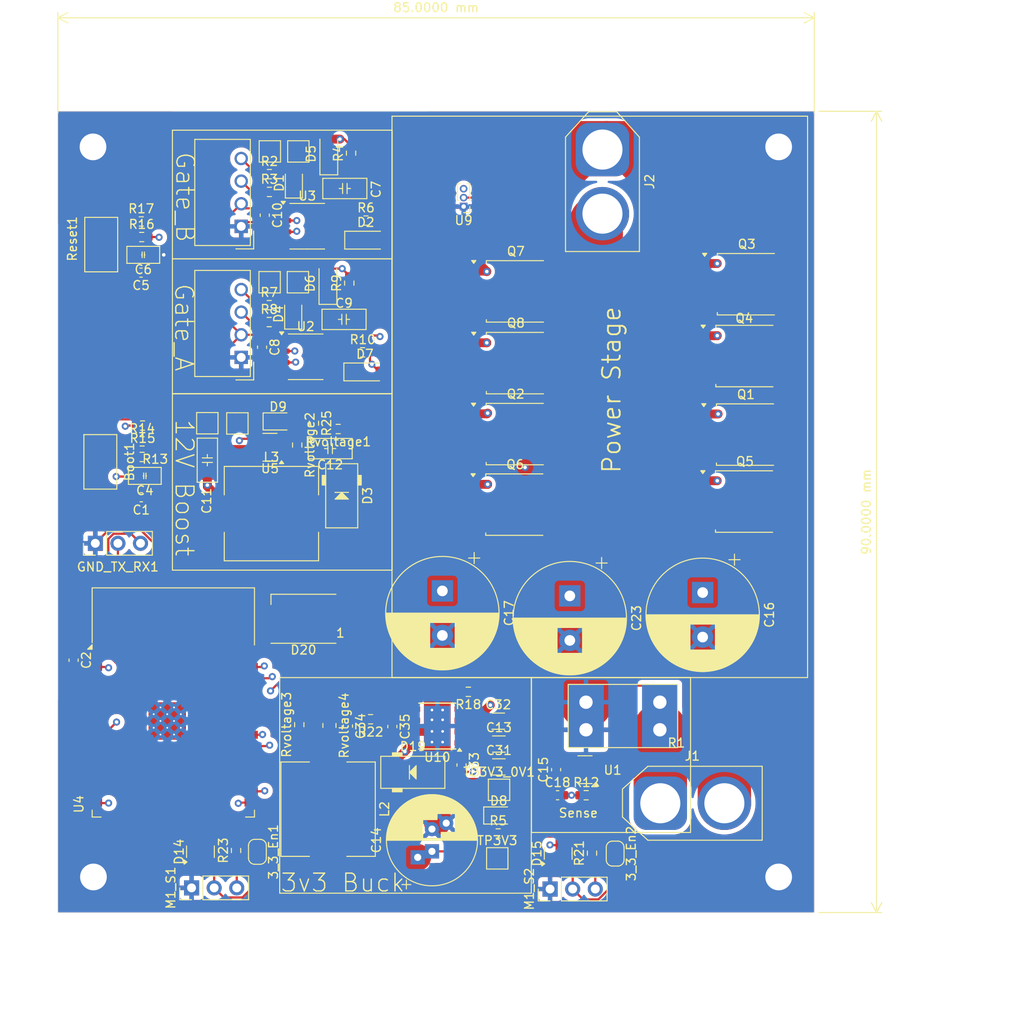
<source format=kicad_pcb>
(kicad_pcb (version 20240108) (generator "pcbnew") (generator_version "8.0")
  (layers (0 "F.Cu" signal) (1 "In1.Cu" signal) (2 "In2.Cu" signal) (31 "B.Cu" signal) (34 "B.Paste" user) (35 "F.Paste" user) (36 "B.SilkS" user "B.Silkscreen") (37 "F.SilkS" user "F.Silkscreen") (38 "B.Mask" user) (39 "F.Mask" user) (44 "Edge.Cuts" user))
  (net 0 "")
  (net 1 "3_3V")
  (net 2 "Temp")
  (net 3 "GND")
  (net 4 "Net-(Boot1-Pad2)")
  (net 5 "Net-(3_3_En1-B)")
  (net 6 "Net-(C5-Pad2)")
  (net 7 "Net-(3_3_En2-B)")
  (net 8 "Net-(U4-IO0)")
  (net 9 "Net-(U4-EN)")
  (net 10 "M1_S1")
  (net 11 "M1_S2")
  (net 12 "Net-(U3-VB)")
  (net 13 "VIN")
  (net 14 "Net-(R14-Pad2)")
  (net 15 "Net-(D1-K)")
  (net 16 "Net-(D4-K)")
  (net 18 "M1_A_LO")
  (net 19 "M1_A_HI")
  (net 22 "Net-(U2-VB)")
  (net 24 "Net-(D19-K)")
  (net 25 "Net-(U10-BOOT)")
  (net 26 "Net-(U10-COMP)")
  (net 27 "Net-(D1-A)")
  (net 28 "Net-(D2-K)")
  (net 29 "M1_B_HI")
  (net 30 "Net-(D2-A)")
  (net 31 "M1_B_LO")
  (net 32 "M1_Sense")
  (net 33 "Net-(D3-A)")
  (net 34 "Net-(D4-A)")
  (net 35 "Net-(D5-K)")
  (net 36 "Net-(D5-A)")
  (net 37 "Net-(D6-K)")
  (net 38 "Net-(D6-A)")
  (net 39 "Net-(D7-A)")
  (net 40 "Net-(D7-K)")
  (net 41 "Net-(D8-A)")
  (net 42 "Net-(D9-A)")
  (net 43 "Net-(D20-DIN)")
  (net 45 "Net-(GND_TX_RX1-Pin_2)")
  (net 46 "Net-(GND_TX_RX1-Pin_3)")
  (net 47 "Net-(M1_S1-Pin_3)")
  (net 48 "Net-(M1_S2-Pin_3)")
  (net 49 "Net-(P1-+Vo)")
  (net 50 "Net-(P2-+Vo)")
  (net 51 "Net-(U10-RT{slash}CLK)")
  (net 52 "Net-(U5-FB)")
  (net 53 "Net-(U10-FB)")
  (net 54 "Net-(C34-Pad1)")
  (net 56 "VMosfet")
  (net 65 "Net-(R12-Pad2)")
  (net 75 "BAT-")
  (footprint "Resistor_SMD:R_0603_1608Metric" (layer "F.Cu") (at 59.425 31.625)
    (property "Reference" "R16")
    (property "Value" "10k")
  )
  (footprint "Resistor_SMD:R_0603_1608Metric" (layer "F.Cu") (at 76.9 54.9875 -90)
    (property "Reference" "Rvoltage2")
    (property "Value" "11k")
  )
  (footprint "Package_TO_SOT_SMD:TO-252-2" (layer "F.Cu") (at 101.445 53.7575)
    (property "Reference" "Q2")
    (property "Value" "Q_NMOS_GDS")
  )
  (footprint "Capacitor_THT:CP_Radial_D12.5mm_P5.00mm" (layer "F.Cu") (at 93.21 71.37 -90)
    (property "Reference" "C17")
    (property "Value" "750uF")
  )
  (footprint "Package_TO_SOT_SMD:TO-252-2" (layer "F.Cu") (at 127.21 61.3325)
    (property "Reference" "Q5")
    (property "Value" "Q_NMOS_GDS")
  )
  (footprint "TestPoint:TestPoint_Pad_2.0x2.0mm" (layer "F.Cu") (at 99.38 101.41)
    (property "Reference" "TP3V3")
    (property "Value" "TestPoint")
  )
  (footprint "Converter_DCDC:Converter_DCDC_TRACO_TEA1-xxxx_THT" (layer "F.Cu") (at 70.6075 30.4275 180)
    (property "Reference" "P1" (hide yes))
    (property "Value" "~")
  )
  (footprint "RF_Module:ESP32-WROOM-32" (layer "F.Cu") (at 62.975 86.89)
    (property "Reference" "U4")
    (property "Value" "ESP32-WROOM-32D")
  )
  (footprint "Package_TO_SOT_SMD:TO-252-2" (layer "F.Cu") (at 127.25 44.9925)
    (property "Reference" "Q4")
    (property "Value" "Q_NMOS_GDS")
  )
  (footprint "Resistor_SMD:R_0603_1608Metric" (layer "F.Cu") (at 70.025 100.525 90)
    (property "Reference" "R23")
    (property "Value" "10k")
  )
  (footprint "Resistor_SMD:R_0603_1608Metric" (layer "F.Cu") (at 84.625 29.775)
    (property "Reference" "R6")
    (property "Value" "15")
  )
  (footprint "Package_TO_SOT_SMD:SOT-23" (layer "F.Cu") (at 66.025 100.6625 90)
    (property "Reference" "D14")
    (property "Value" "BAS40-04")
  )
  (footprint "LED_SMD:LED_0805_2012Metric" (layer "F.Cu") (at 99.54 96.595)
    (property "Reference" "D8")
    (property "Value" "LED")
  )
  (footprint "Connector_PinHeader_2.54mm:PinHeader_1x03_P2.54mm_Vertical" (layer "F.Cu") (at 54.21 66.025 90)
    (property "Reference" "GND_TX_RX1")
    (property "Value" "Conn_01x03_Female")
  )
  (footprint "Diode_SMD:D_SOD-123" (layer "F.Cu") (at 84.6 31.975)
    (property "Reference" "D2")
    (property "Value" "D")
  )
  (footprint "TestPoint:TestPoint_Pad_2.0x2.0mm" (layer "F.Cu") (at 77.025 22.01)
    (property "Reference" "TPVMos0V2" (hide yes))
    (property "Value" "TestPoint")
  )
  (footprint "Resistor_SMD:R_0603_1608Metric" (layer "F.Cu") (at 59.47 54.575)
    (property "Reference" "R14")
    (property "Value" "1k")
  )
  (footprint "Connector_AMASS:AMASS_XT60-M_1x02_P7.20mm_Vertical" (layer "F.Cu") (at 117.7 95.22)
    (property "Reference" "J1")
    (property "Value" "Conn_01x02")
  )
  (footprint "PCM_Capacitor_SMD_AKL:C_1206_3216Metric_Pad1.42x1.75mm_HandSolder" (layer "F.Cu") (at 82.25 26.175)
    (property "Reference" "C7")
    (property "Value" "10uF")
  )
  (footprint "Inductor_SMD:L_10.4x10.4_H4.8" (layer "F.Cu") (at 80.37 95.885 -90)
    (property "Reference" "L2")
    (property "Value" "15uH 3A")
  )
  (footprint "LED_SMD:LED_WS2812B_PLCC4_5.0x5.0mm_P3.2mm" (layer "F.Cu") (at 77.6 74.5 180)
    (property "Reference" "D20")
    (property "Value" "WS2812B")
  )
  (footprint "PCM_Diode_SMD_Handsoldering_AKL:D_SMA" (layer "F.Cu") (at 81.9 60.6875 -90)
    (property "Reference" "D3")
    (property "Value" "60V 5A" (hide yes))
  )
  (footprint "TestPoint:TestPoint_Pad_2.0x2.0mm" (layer "F.Cu") (at 70.175 52.5625 180)
    (property "Reference" "TPVMos12V1" (hide yes))
    (property "Value" "TestPoint")
  )
  (footprint "PCM_Capacitor_SMD_AKL:C_1206_3216Metric_Pad1.42x1.75mm_HandSolder" (layer "F.Cu") (at 66.8 56.6875 90)
    (property "Reference" "C11")
    (property "Value" "10uF")
  )
  (footprint "Connector_AMASS:AMASS_XT60-F_1x02_P7.20mm_Vertical" (layer "F.Cu") (at 111.2 21.8 -90)
    (property "Reference" "J2")
    (property "Value" "Conn_01x02")
  )
  (footprint "Package_TO_SOT_SMD:TO-252-2" (layer "F.Cu") (at 101.395 61.6775)
    (property "Reference" "Q6")
    (property "Value" "Q_NMOS_GDS")
  )
  (footprint "Diode_SMD:D_SOD-123" (layer "F.Cu") (at 84.5 46.775)
    (property "Reference" "D7")
    (property "Value" "D")
  )
  (footprint "Capacitor_SMD:C_0603_1608Metric" (layer "F.Cu") (at 72.95 44 -90)
    (property "Reference" "C8")
    (property "Value" "100nF")
  )
  (footprint "Resistor_SMD:R_0603_1608Metric" (layer "F.Cu") (at 73.75 41.175)
    (property "Reference" "R8")
    (property "Value" "10k")
  )
  (footprint "Resistor_SMD:R_0603_1608Metric" (layer "F.Cu") (at 99.48 98.615)
    (property "Reference" "R5")
    (property "Value" "200")
  )
  (footprint "PCM_Capacitor_SMD_AKL:C_0805_2012Metric_Pad1.15x1.40mm_HandSolder" (layer "F.Cu") (at 59.775 58.45 180)
    (property "Reference" "C4")
    (property "Value" "22uf")
  )
  (footprint "Resistor_SMD:R_0603_1608Metric" (layer "F.Cu") (at 77.13 86.395 90)
    (property "Reference" "Rvoltage3")
    (property "Value" "36k5")
  )
  (footprint "Resistor_SMD:R_0603_1608Metric_Pad0.98x0.95mm_HandSolder" (layer "F.Cu") (at 96.13 82.705 180)
    (property "Reference" "R18")
    (property "Value" "237K")
  )
  (footprint "Jumper:SolderJumper-2_P1.3mm_Open_RoundedPad1.0x1.5mm" (layer "F.Cu") (at 112.625 100.875 -90)
    (property "Reference" "3_3_En2")
    (property "Value" " ")
  )
  (footprint "Capacitor_SMD:C_0603_1608Metric" (layer "F.Cu") (at 95.36 90.925 -90)
    (property "Reference" "C33")
    (property "Value" "100nF")
  )
  (footprint "Resistor_SMD:R_0603_1608Metric" (layer "F.Cu") (at 82.95 22.2 90)
    (property "Reference" "R4")
    (property "Value" "15")
  )
  (footprint "Resistor_SMD:R_0603_1608Metric" (layer "F.Cu") (at 59.52 52.8 180)
    (property "Reference" "R15")
    (property "Value" "1k")
  )
  (footprint "Resistor_SMD:R_0603_1608Metric" (layer "F.Cu") (at 109.37 94.32)
    (property "Reference" "R12")
    (property "Value" "10k")
  )
  (footprint "Package_TO_SOT_SMD:SOT-23" (layer "F.Cu") (at 106.225 100.8625 90)
    (property "Reference" "D15")
    (property "Value" "BAS40-04")
  )
  (footprint "Button_Switch_SMD:SW_SPST_CK_RS282G05A3" (layer "F.Cu") (at 54.775 56.875 90)
    (property "Reference" "Boot1")
    (property "Value" "Boot")
  )
  (footprint "Package_TO_SOT_SMD:TO-252-2" (layer "F.Cu") (at 101.465 45.785)
    (property "Reference" "Q8")
    (property "Value" "Q_NMOS_GDS")
  )
  (footprint "Capacitor_SMD:C_0603_1608Metric" (layer "F.Cu") (at 105.99 91.45 90)
    (property "Reference" "C15")
    (property "Value" "100nF")
  )
  (footprint "Capacitor_THT:CP_Radial_D12.5mm_P5.00mm" (layer "F.Cu") (at 122.46 71.556041 -90)
    (property "Reference" "C16")
    (property "Value" "750uF")
  )
  (footprint "Capacitor_SMD:C_1206_3216Metric" (layer "F.Cu") (at 99.56 88.57)
    (property "Reference" "C13")
    (property "Value" "2.2uF 60V")
  )
  (footprint "Package_TO_SOT_SMD:TO-252-2" (layer "F.Cu") (at 127.415 36.925)
    (property "Reference" "Q3")
    (property "Value" "Q_NMOS_GDS")
  )
  (footprint "Resistor_SMD:R_0603_1608Metric" (layer "F.Cu") (at 81.5 53.1875 180)
    (property "Reference" "Rvoltage1")
    (property "Value" "100k")
  )
  (footprint "Package_TO_SOT_SMD:SOT-23-5" (layer "F.Cu") (at 73.8375 55.2375 180)
    (property "Reference" "U5")
    (property "Value" "~")
  )
  (footprint "Package_SO:SOP-8_3.9x4.9mm_P1.27mm" (layer "F.Cu") (at 78.025 30.41)
    (property "Reference" "U3")
    (property "Value" "IR2103")
  )
  (footprint "Capacitor_SMD:C_0603_1608Metric" (layer "F.Cu") (at 82.6 86.555 -90)
    (property "Reference" "C34")
    (property "Value" "1.8nF")
  )
  (footprint "Resistor_SMD:R_0603_1608Metric" (layer "F.Cu") (at 73.775 26.56)
    (property "Reference" "R3")
    (property "Value" "10k")
  )
  (footprint "Resistor_SMD:R_0603_1608Metric" (layer "F.Cu") (at 82.75 36.8 90)
    (property "Reference" "R9")
    (property "Value" "15")
  )
  (footprint "Resistor_SMD:R_0603_1608Metric" (layer "F.Cu") (at 59.375 29.875)
    (property "Reference" "R17")
    (property "Value" "1k")
  )
  (footprint "Resistor_SMD:R_0603_1608Metric" (layer "F.Cu") (at 84.25 44.575)
    (property "Reference" "R10")
    (property "Value" "15")
  )
  (footprint "Package_SO:SOP-8_3.9x4.9mm_P1.27mm" (layer "F.Cu") (at 77.85 45.075)
    (property "Reference" "U2")
    (property "Value" "IR2103")
  )
  (footprint "Resistor_SMD:R_0603_1608Metric" (layer "F.Cu") (at 73.775 24.56)
    (property "Reference" "R2")
    (property "Value" "200")
  )
  (footprint "Resistor_SMD:R_0603_1608Metric" (layer "F.Cu") (at 59.47 56.325)
    (property "Reference" "R13")
    (property "Value" "1k")
  )
  (footprint "LED_SMD:LED_0805_2012Metric" (layer "F.Cu") (at 76.525 25.56 90)
    (property "Reference" "D1")
    (property "Value" "LED")
  )
  (footprint "Resistor_SMD:R_0603_1608Metric" (layer "F.Cu") (at 110.025 100.825 90)
    (property "Reference" "R21")
    (property "Value" "10k")
  )
  (footprint "PCM_Capacitor_THT_AKL:CP_Radial_D10.0mm_P2.50mm_P5.00mm" (layer "F.Cu") (at 92.04 100.624063 90)
    (property "Reference" "C14")
    (property "Value" "100uF" (hide yes))
  )
  (footprint "PCM_Diode_SMD_Handsoldering_AKL:D_SMA" (layer "F.Cu") (at 89.89 91.745)
    (property "Reference" "D19")
    (property "Value" "60V 5A" (hide yes))
  )
  (footprint "Resistor_SMD:R_0603_1608Metric" (layer "F.Cu") (at 73.75 39.275)
    (property "Reference" "R7")
    (property "Value" "200")
  )
  (footprint "Capacitor_SMD:C_1206_3216Metric" (layer "F.Cu") (at 99.56 91.14)
    (property "Reference" "C31")
    (property "Value" "2.2uF 60V")
  )
  (footprint "TestPoint:TestPoint_Pad_2.0x2.0mm" (layer "F.Cu") (at 99.58 93.71)
    (property "Reference" "TP3V3_0V1")
    (property "Value" "TestPoint")
  )
  (footprint "LED_SMD:LED_0805_2012Metric" (layer "F.Cu") (at 74.75 52.3375)
    (property "Reference" "D9")
    (property "Value" "LED")
  )
  (footprint "Button_Switch_SMD:SW_SPST_CK_RS282G05A3" (layer "F.Cu") (at 54.875 32.475 90)
    (property "Reference" "Reset1")
    (property "Value" "SW_Push")
  )
  (footprint "Jumper:SolderJumper-2_P1.3mm_Open_RoundedPad1.0x1.5mm" (layer "F.Cu") (at 72.425 100.675 -90)
    (property "Reference" "3_3_En1")
    (property "Value" " ")
  )
  (footprint "Package_TO_SOT_SMD:TO-252-2" (layer "F.Cu") (at 101.465 37.73)
    (property "Reference" "Q7")
    (property "Value" "Q_NMOS_GDS")
  )
  (footprint "Converter_DCDC:Converter_DCDC_TRACO_TEA1-xxxx_THT" (layer "F.Cu") (at 70.6075 45.1425 180)
    (property "Reference" "P2" (hide yes))
    (property "Value" "~")
  )
  (footprint "TestPoint:TestPoint_Pad_2.0x2.0mm" (layer "F.Cu") (at 73.8 36.7)
    (property "Reference" "TPVMos12V3" (hide yes))
    (property "Value" "TestPoint")
  )
  (footprint "Diode_SMD:D_SOD-123" (layer "F.Cu") (at 80.35 36.825 90)
    (property "Reference" "D6")
    (property "Value" "D")
  )
  (footprint "PCM_Capacitor_SMD_AKL:C_1206_3216Metric_Pad1.42x1.75mm_HandSolder" (layer "F.Cu") (at 80.6 55.3875 180)
    (property "Reference" "C12")
    (property "Value" "10uF")
  )
  (footprint "Diode_SMD:D_SOD-123" (layer "F.Cu") (at 80.45 22.275 90)
    (property "Reference" "D5")
    (property "Value" "D")
  )
  (footprint "Resistor_SMD:R_0603_1608Metric" (layer "F.Cu") (at 78.775 52.5375 -90)
    (property "Reference" "R25")
    (property "Value" "10k")
  )
  (footprint "Capacitor_SMD:C_1206_3216Metric" (layer "F.Cu") (at 99.49 86)
    (property "Reference" "C32")
    (property "Value" "2.2uF 60V")
  )
  (footprint "LED_SMD:LED_0805_2012Metric" (layer "F.Cu") (at 76.45 40.275 90)
    (property "Reference" "D4")
    (property "Value" "LED")
  )
  (footprint "Connector_PinHeader_2.54mm:PinHeader_1x03_P2.54mm_Vertical" (layer "F.Cu") (at 105.3125 104.855 90)
    (property "Reference" "M1_S2")
    (property "Value" "Conn_01x03_Female")
  )
  (footprint "Connector_PinHeader_1.00mm:PinHeader_1x03_P1.00mm_Vertical" (layer "F.Cu") (at 95.6 28.2 180)
    (property "Reference" "U9")
    (property "Value" "DS18B20")
  )
  (footprint "Capacitor_SMD:C_0603_1608Metric" (layer "F.Cu") (at 87.59 86.605 -90)
    (property "Reference" "C35")
    (property "Value" "25pF")
  )
  (footprint "Connector_PinHeader_2.54mm:PinHeader_1x03_P2.54mm_Vertical" (layer "F.Cu") (at 65.025 104.725 90)
    (property "Reference" "M1_S1")
    (property "Value" "Conn_01x03_Female")
  )
  (footprint "Capacitor_SMD:C_0603_1608Metric" (layer "F.Cu") (at 51.77 79.155 -90)
    (property "Reference" "C2")
    (property "Value" "100n")
  )
  (footprint "Capacitor_SMD:C_0603_1608Metric" (layer "F.Cu") (at 59.35 35.625 180)
    (property "Reference" "C5")
    (property "Value" "100n")
  )
  (footprint "Capacitor_SMD:C_0603_1608Metric" (layer "F.Cu") (at 106.155 94.32)
    (property "Reference" "C18")
    (property "Value" "100nF")
  )
  (footprint "Capacitor_THT:CP_Radial_D12.5mm_P5.00mm" (layer "F.Cu") (at 107.53 71.93 -90)
    (property "Reference" "C23")
    (property "Value" "750uF")
  )
  (footprint "TestPoint:TestPoint_Pad_2.0x2.0mm" (layer "F.Cu") (at 76.975 36.7)
    (property "Reference" "TPVMos0V3" (hide yes))
    (property "Value" "TestPoint")
  )
  (footprint "Resistor_SMD:R_0805_2012Metric" (layer "F.Cu") (at 80.52 86.485 -90)
    (property "Reference" "Rvoltage4")
    (property "Value" "11k7")
  )
  (footprint "PCM_Capacitor_SMD_AKL:C_1206_3216Metric_Pad1.42x1.75mm_HandSolder" (layer "F.Cu") (at 82.1625 40.875)
    (property "Reference" "C9")
    (property "Value" "10uF")
  )
  (footprint "Package_TO_SOT_SMD:TO-252-2" (layer "F.Cu") (at 127.32 53.8125)
    (property "Reference" "Q1")
    (property "Value" "Q_NMOS_GDS")
  )
  (footprint "Package_TO_SOT_SMD:SOT-23-5" (layer "F.Cu") (at 109.2375 91.45 180)
    (property "Reference" "U1")
    (property "Value" "INA180A1")
  )
  (footprint "Package_SO:TI_SO-PowerPAD-8_ThermalVias" (layer "F.Cu") (at 92.64 86.55 180)
    (property "Reference" "U10")
    (property "Value" "TPS54360DDA")
  )
  (footprint "Wire-Solder:Shunt 1moh 5W" (layer "F.Cu") (at 109.35 83.87)
    (property "Reference" "R1")
    (property "Value" "R_Shunt")
  )
  (footprint "TestPoint:TestPoint_Pad_2.0x2.0mm" (layer "F.Cu") (at 66.8 52.5375 180)
    (property "Reference" "TPVMos0V1" (hide yes))
    (property "Value" "TestPoint")
  )
  (footprint "Inductor_SMD:L_10.4x10.4_H4.8" (layer "F.Cu") (at 74 62.6875)
    (property "Reference" "L3")
    (property "Value" "15uH 3A")
  )
  (footprint "Resistor_SMD:R_0603_1608Metric" (layer "F.Cu") (at 85.14 85.785 180)
    (property "Reference" "R22")
    (property "Value" "24k9")
  )
  (footprint "Capacitor_SMD:C_0603_1608Metric" (layer "F.Cu") (at 59.375 60.85 180)
    (property "Reference" "C1")
    (property "Value" "100n")
  )
  (footprint "TestPoint:TestPoint_Pad_2.0x2.0mm" (layer "F.Cu") (at 73.825 22.01)
    (property "Reference" "TPVMos12V2" (hide yes))
    (property "Value" "TestPoint")
  )
  (footprint "PCM_Capacitor_SMD_AKL:C_0805_2012Metric_Pad1.15x1.40mm_HandSolder" (layer "F.Cu") (at 59.6 33.625 180)
    (property "Reference" "C6")
    (property "Value" "22uf")
  )
  (footprint "Capacitor_SMD:C_0603_1608Metric" (layer "F.Cu") (at 73.25 29.175 -90)
    (property "Reference" "C10")
    (property "Value" "100nF")
  )
  (gr_rect (start 62.875 19.625) (end 87.56 34.075) (stroke (width 0.12)) (fill none) (layer "F.SilkS"))
  (gr_rect (start 87.55 18.05) (end 134.25 81.1) (stroke (width 0.12)) (fill none) (layer "F.SilkS"))
  (gr_rect (start 103.225 81.1) (end 121.1 98.5) (stroke (width 0.12)) (fill none) (layer "F.SilkS"))
  (gr_rect (start 62.875 49.225) (end 87.55 69.0375) (stroke (width 0.12)) (fill none) (layer "F.SilkS"))
  (gr_rect (start 74.93 81.105) (end 103.2 105.32) (stroke (width 0.12)) (fill none) (layer "F.SilkS"))
  (gr_rect (start 62.875 34.075) (end 87.55 49.225) (stroke (width 0.12)) (fill none) (layer "F.SilkS"))
  (gr_line (start 135 17.5) (end 135 107.5) (stroke (width 0.05)) (layer "Edge.Cuts"))
  (gr_line (start 50 17.7) (end 50 107.5) (stroke (width 0.05)) (layer "Edge.Cuts"))
  (gr_line (start 135 107.5) (end 50 107.5) (stroke (width 0.05)) (layer "Edge.Cuts"))
  (gr_line (start 135 17.5) (end 50 17.5) (stroke (width 0.05)) (layer "Edge.Cuts"))
  (gr_text "12V Boost" (at 63.05 51.9875 -90) (layer "F.SilkS") (effects (font (size 2 2)) (justify left bottom)))
  (gr_text "Sense" (at 106.2 96.9 0) (layer "F.SilkS") (effects (font (size 1 1)) (justify left bottom)))
  (gr_text "Power Stage" (at 113.4 58.3 90) (layer "F.SilkS") (effects (font (size 2 2) (thickness 0.2)) (justify left bottom)))
  (gr_text "Gate_B" (at 63.125 21.95 -90) (layer "F.SilkS") (effects (font (size 2 2)) (justify left bottom)))
  (gr_text "Gate_A" (at 63 36.725 -90) (layer "F.SilkS") (effects (font (size 2 2)) (justify left bottom)))
  (gr_text "3v3 Buck" (at 74.93 105.32 0) (layer "F.SilkS") (effects (font (size 2 2)) (justify left bottom)))
  (dimension (type aligned) (layer "F.SilkS") (pts (xy 50 18.175) (xy 135 18.175)) (height -11.175) (gr_text "85.0000 mm" (at 92.5 5.85 0) (layer "F.SilkS") (effects (font (size 1 1) (thickness 0.15)))) (format (prefix "") (suffix "") (units 3) (units_format 1) (precision 4)) (style (thickness 0.12) (arrow_length 1.27) (text_position_mode 0) (extension_height 0.58642) (extension_offset 0.5) keep_text_aligned))
  (dimension (type aligned) (layer "F.SilkS") (pts (xy 135 17.5) (xy 135 107.5)) (height -7) (gr_text "90.0000 mm" (at 140.85 62.5 90) (layer "F.SilkS") (effects (font (size 1 1) (thickness 0.15)))) (format (prefix "") (suffix "") (units 3) (units_format 1) (precision 4)) (style (thickness 0.12) (arrow_length 1.27) (text_position_mode 0) (extension_height 0.58642) (extension_offset 0.5) keep_text_aligned))
  (segment (start 60.25 31.625) (end 61.35 31.625) (width 0.25) (layer "F.Cu") (net 1))
  (segment (start 77.13 96.795) (end 80.37 100.035) (width 1) (layer "F.Cu") (net 1))
  (segment (start 99.38 101.41) (end 97.176874 101.41) (width 0.25) (layer "F.Cu") (net 1))
  (segment (start 69.8875 62.6875) (end 77.2 70) (width 1) (layer "F.Cu") (net 1))
  (segment (start 66.8 59.4875) (end 66.8 58.175) (width 1) (layer "F.Cu") (net 1))
  (segment (start 77.2 82.2) (end 75.5 83.9) (width 1) (layer "F.Cu") (net 1))
  (segment (start 77.13 87.22) (end 77.13 96.795) (width 1) (layer "F.Cu") (net 1))
  (segment (start 108.1 92.4) (end 109.17 93.47) (width 0.25) (layer "F.Cu") (net 1))
  (segment (start 109 98.9625) (end 101.8275 98.9625) (width 0.25) (layer "F.Cu") (net 1))
  (segment (start 70.6 54.2875) (end 70.4 54.4875) (width 0.25) (layer "F.Cu") (net 1))
  (segment (start 66.8 59.6375) (end 66.8 58.175) (width 0.5) (layer "F.Cu") (net 1))
  (segment (start 54.225 79.91) (end 51.79 79.91) (width 0.25) (layer "F.Cu") (net 1))
  (segment (start 98.655 98.615) (end 98.4 98.615) (width 0.25) (layer "F.Cu") (net 1))
  (segment (start 75.5 83.9) (end 75.5 85.59) (width 1) (layer "F.Cu") (net 1))
  (segment (start 109.17 98.7925) (end 109 98.9625) (width 0.25) (layer "F.Cu") (net 1))
  (segment (start 90.44 101.295) (end 81.63 101.295) (width 3) (layer "F.Cu") (net 1))
  (segment (start 72.7 54.2875) (end 70.6 54.2875) (width 0.25) (layer "F.Cu") (net 1))
  (segment (start 108.1 92.4) (end 106.165 92.4) (width 0.25) (layer "F.Cu") (net 1))
  (segment (start 61.35 31.625) (end 61.375 31.65) (width 0.25) (layer "F.Cu") (net 1))
  (segment (start 54.225 79.91) (end 55.61 79.91) (width 0.25) (layer "F.Cu") (net 1))
  (segment (start 75.5 85.59) (end 77.13 87.22) (width 1) (layer "F.Cu") (net 1))
  (segment (start 96.390937 100.624063) (end 92.04 100.624063) (width 0.25) (layer "F.Cu") (net 1))
  (segment (start 51.79 79.91) (end 51.77 79.93) (width 0.25) (layer "F.Cu") (net 1))
  (segment (start 69.85 62.6875) (end 69.8875 62.6875) (width 1) (layer "F.Cu") (net 1))
  (segment (start 81.63 101.295) (end 80.37 100.035) (width 3) (layer "F.Cu") (net 1))
  (segment (start 75.75 88.6) (end 77.13 87.22) (width 0.25) (layer "F.Cu") (net 1))
  (segment (start 72.425 100.025) (end 73.9 100.025) (width 0.25) (layer "F.Cu") (net 1))
  (segment (start 77.2 76.1) (end 77.2 82.2) (width 1) (layer "F.Cu") (net 1))
  (segment (start 77.25 76.15) (end 77.2 76.1) (width 1) (layer "F.Cu") (net 1))
  (segment (start 73.9 100.025) (end 77.13 96.795) (width 0.25) (layer "F.Cu") (net 1))
  (segment (start 77.2 70) (end 77.2 76.1) (width 1) (layer "F.Cu") (net 1))
  (segment (start 106.165 92.4) (end 105.99 92.225) (width 0.25) (layer "F.Cu") (net 1))
  (segment (start 68.7875 56.1875) (end 66.8 58.175) (width 1) (layer "F.Cu") (net 1))
  (segment (start 111.3625 98.9625) (end 109 98.9625) (width 0.25) (layer "F.Cu") (net 1))
  (segment (start 101.8275 98.9625) (end 99.38 101.41) (width 0.25) (layer "F.Cu") (net 1))
  (segment (start 58.695 52.8) (end 57.65 52.8) (width 0.25) (layer "F.Cu") (net 1))
  (segment (start 112.625 100.225) (end 111.3625 98.9625) (width 0.25) (layer "F.Cu") (net 1))
  (segment (start 97.176874 101.41) (end 96.390937 100.624063) (width 0.25) (layer "F.Cu") (net 1))
  (segment (start 72.7 56.1875) (end 68.7875 56.1875) (width 1) (layer "F.Cu") (net 1))
  (segment (start 57.65 52.8) (end 57.575 52.875) (width 0.25) (layer "F.Cu") (net 1))
  (segment (start 109.17 93.47) (end 109.17 98.7925) (width 0.25) (layer "F.Cu") (net 1))
  (segment (start 98.4 98.615) (end 96.390937 100.624063) (width 0.25) (layer "F.Cu") (net 1))
  (segment (start 80.05 76.15) (end 77.25 76.15) (width 1) (layer "F.Cu") (net 1))
  (segment (start 66.8 59.4875) (end 66.8 59.6375) (width 1) (layer "F.Cu") (net 1))
  (segment (start 66.8 59.6375) (end 69.85 62.6875) (width 1) (layer "F.Cu") (net 1))
  (segment (start 55.61 79.91) (end 55.7 80) (width 0.25) (layer "F.Cu") (net 1))
  (via (at 66.8 59.4875) (size 0.8) (drill 0.4) (layers "F.Cu" "B.Cu") (net 1))
  (via (at 55.7 80) (size 0.8) (drill 0.4) (layers "F.Cu" "B.Cu") (net 1))
  (via (at 70.4 54.4875) (size 0.8) (drill 0.4) (layers "F.Cu" "B.Cu") (net 1))
  (via (at 61.375 31.65) (size 0.8) (drill 0.4) (layers "F.Cu" "B.Cu") (net 1))
  (via (at 57.575 52.875) (size 0.8) (drill 0.4) (layers "F.Cu" "B.Cu") (net 1))
  (segment (start 70.4 54.4875) (end 70.4 54.5375) (width 0.25) (layer "B.Cu") (net 1))
  (segment (start 62.875 18.4) (end 50.72 30.555) (width 0.25) (layer "F.Cu") (net 2))
  (segment (start 97.85 24.75) (end 91.5 18.4) (width 0.25) (layer "F.Cu") (net 2))
  (segment (start 97.025 27.2) (end 97.85 26.375) (width 0.25) (layer "F.Cu") (net 2))
  (segment (start 50.72 83.135) (end 53.845 86.26) (width 0.25) (layer "F.Cu") (net 2))
  (segment (start 91.5 18.4) (end 62.875 18.4) (width 0.25) (layer "F.Cu") (net 2))
  (segment (start 53.845 86.26) (end 54.225 86.26) (width 0.25) (layer "F.Cu") (net 2))
  (segment (start 50.72 30.555) (end 50.72 83.135) (width 0.25) (layer "F.Cu") (net 2))
  (segment (start 97.85 26.375) (end 97.85 24.75) (width 0.25) (layer "F.Cu") (net 2))
  (segment (start 95.6 27.2) (end 97.025 27.2) (width 0.25) (layer "F.Cu") (net 2))
  (segment (start 91.29 48.05) (end 91.5625 47.7775) (width 6) (layer "F.Cu") (net 3))
  (segment (start 92.695 93.87) (end 92.64 93.815) (width 3) (layer "F.Cu") (net 3))
  (segment (start 109.35 83.87) (end 109.35 77.796041) (width 6) (layer "F.Cu") (net 3))
  (segment (start 74.400001 46.98) (end 72.95 45.529999) (width 0.25) (layer "F.Cu") (net 3))
  (segment (start 102.33 78.816041) (end 103.49 77.656041) (width 6) (layer "F.Cu") (net 3))
  (segment (start 76.9 55.4375) (end 77.1 55.2375) (width 0.5) (layer "F.Cu") (net 3))
  (segment (start 92.64 93.815) (end 92.64 97.385) (width 3) (layer "F.Cu") (net 3))
  (segment (start 70.6075 45.1425) (end 72.5825 45.1425) (width 0.25) (layer "F.Cu") (net 3))
  (segment (start 73.85 54.9375) (end 73.8125 54.9) (width 0.5) (layer "F.Cu") (net 3))
  (segment (start 73.25 29.95) (end 71.085 29.95) (width 0.25) (layer "F.Cu") (net 3))
  (segment (start 87.11 73.896703) (end 90.869338 77.656041) (width 6) (layer "F.Cu") (net 3))
  (segment (start 54 103.5) (end 55.225 104.725) (width 0.25) (layer "F.Cu") (net 3))
  (segment (start 55.225 104.725) (end 65.025 104.725) (width 0.25) (layer "F.Cu") (net 3))
  (segment (start 92.365 39.805) (end 96.425 39.805) (width 6) (layer "F.Cu") (net 3))
  (segment (start 60.8 58.45) (end 60.77 58.45) (width 0.25) (layer "F.Cu") (net 3))
  (segment (start 51.77 78.38) (end 53.965 78.38) (width 0.25) (layer "F.Cu") (net 3))
  (segment (start 100.965 93.765) (end 101.07 93.87) (width 1) (layer "F.Cu") (net 3))
  (segment (start 91.29 60.277042) (end 87.11 64.457042) (width 6) (layer "F.Cu") (net 3))
  (segment (start 80.7675 87.15) (end 80.52 87.3975) (width 1) (layer "F.Cu") (net 3))
  (segment (start 54.21 66.025) (end 54.21 78.625) (width 0.25) (layer "F.Cu") (net 3))
  (segment (start 54.875 36.375) (end 59.375 36.375) (width 0.25) (layer "F.Cu") (net 3))
  (segment (start 55.635 64.6) (end 54.21 66.025) (width 0.25) (layer "F.Cu") (net 3))
  (segment (start 74.575001 32.315) (end 73.25 30.989999) (width 0.25) (layer "F.Cu") (net 3))
  (segment (start 98.6025 94.4975) (end 99.16 93.94) (width 0.25) (layer "F.Cu") (net 3))
  (segment (start 73.25 30.989999) (end 73.25 29.95) (width 0.25) (layer "F.Cu") (net 3))
  (segment (start 109.35 89.475) (end 109.35 86.97) (width 0.25) (layer "F.Cu") (net 3))
  (segment (start 54.775 60.775) (end 55.55 61.55) (width 0.25) (layer "F.Cu") (net 3))
  (segment (start 105.275 101.8) (end 105.275 104.8175) (width 0.25) (layer "F.Cu") (net 3))
  (segment (start 70.24264 75.45736) (end 59.38528 64.6) (width 0.25) (layer "F.Cu") (net 3))
  (segment (start 92.64 81.255) (end 92.66 81.235) (width 3) (layer "F.Cu") (net 3))
  (segment (start 109.49 77.656041) (end 122.46 77.656041) (width 6) (layer "F.Cu") (net 3))
  (segment (start 55.7175 78.64) (end 54.225 78.64) (width 0.25) (layer "F.Cu") (net 3))
  (segment (start 94.970458 63.9575) (end 91.29 60.277042) (width 6) (layer "F.Cu") (net 3))
  (segment (start 73.8125 54.9) (end 73.8125 52.3375) (width 0.5) (layer "F.Cu") (net 3))
  (segment (start 105.275 104.8175) (end 105.3125 104.855) (width 0.25) (layer "F.Cu") (net 3))
  (segment (start 71.725 78.64) (end 71.725 76.93972) (width 0.25) (layer "F.Cu") (net 3))
  (segment (start 91.29 60.277042) (end 91.29 56.03) (width 6) (layer "F.Cu") (net 3))
  (segment (start 72.95 45.529999) (end 72.95 44.775) (width 0.25) (layer "F.Cu") (net 3))
  (segment (start 65.025 104.725) (end 65.025 101.65) (width 0.25) (layer "F.Cu") (net 3))
  (segment (start 72.5825 45.1425) (end 72.95 44.775) (width 0.25) (layer "F.Cu") (net 3))
  (segment (start 91.29 48.05) (end 91.29 40.88) (width 6) (layer "F.Cu") (net 3))
  (segment (start 55.55 61.55) (end 59.45 61.55) (width 0.25) (layer "F.Cu") (net 3))
  (segment (start 78.9625 55.2375) (end 79.1125 55.3875) (width 0.5) (layer "F.Cu") (net 3))
  (segment (start 59.375 36.375) (end 60.125 35.625) (width 0.25) (layer "F.Cu") (net 3))
  (segment (start 91.29 56.03) (end 91.29 48.05) (width 6) (layer "F.Cu") (net 3))
  (segment (start 75.4 32.315) (end 74.575001 32.315) (width 0.25) (layer "F.Cu") (net 3))
  (segment (start 53.965 78.38) (end 54.225 78.64) (width 0.25) (layer "F.Cu") (net 3))
  (segment (start 74.975 55.2375) (end 73.85 55.2375) (width 0.5) (layer "F.Cu") (net 3))
  (segment (start 90.869338 77.656041) (end 103.49 77.656041) (width 6) (layer "F.Cu") (net 3))
  (segment (start 110.375 90.5) (end 109.35 89.475) (width 0.25) (layer "F.Cu") (net 3))
  (segment (start 73.85 55.2375) (end 66.8375 55.2375) (width 0.5) (layer "F.Cu") (net 3))
  (segment (start 96.355 63.9575) (end 94.970458 63.9575) (width 6) (layer "F.Cu") (net 3))
  (segment (start 75.225 46.98) (end 74.400001 46.98) (width 0.25) (layer "F.Cu") (net 3))
  (segment (start 103.49 77.656041) (end 109.49 77.656041) (width 6) (layer "F.Cu") (net 3))
  (segment (start 60.625 33.625) (end 60.625 35.125) (width 0.25) (layer "F.Cu") (net 3))
  (segment (start 74.975 55.2375) (end 77.1 55.2375) (width 0.5) (layer "F.Cu") (net 3))
  (segment (start 60.625 35.125) (end 60.125 35.625) (width 0.25) (layer "F.Cu") (net 3))
  (segment (start 95.2175 82.705) (end 95.2175 82.7725) (width 0.25) (layer "F.Cu") (net 3))
  (segment (start 71.725 76.93972) (end 70.24264 75.45736) (width 0.25) (layer "F.Cu") (net 3))
  (segment (start 60.625 33.625) (end 61.9 33.625) (width 0.25) (layer "F.Cu") (net 3))
  (segment (start 59.38528 64.6) (end 55.635 64.6) (width 0.25) (layer "F.Cu") (net 3))
  (segment (start 92.04 87.15) (end 80.7675 87.15) (width 1) (layer "F.Cu") (net 3))
  (segment (start 65.025 101.65) (end 65.075 101.6) (width 0.25) (layer "F.Cu") (net 3))
  (segment (start 73.85 55.2375) (end 73.85 54.9375) (width 0.5) (layer "F.Cu") (net 3))
  (segment (start 60.8 60.2) (end 60.8 58.45) (width 0.25) (layer "F.Cu") (net 3))
  (segment (start 54.21 78.625) (end 54.225 78.64) (width 0.25) (layer "F.Cu") (net 3))
  (segment (start 71.085 29.95) (end 70.6075 30.4275) (width 0.25) (layer "F.Cu") (net 3))
  (segment (start 98.6025 96.595) (end 98.6025 94.4975) (width 0.25) (layer "F.Cu") (net 3))
  (segment (start 61.5325 84.455) (end 55.7175 78.64) (width 0.25) (layer "F.Cu") (net 3))
  (segment (start 91.29 56.03) (end 91.6225 55.6975) (width 6) (layer "F.Cu") (net 3))
  (segment (start 77.1 55.2375) (end 78.9625 55.2375) (width 0.5) (layer "F.Cu") (net 3))
  (segment (start 76.9 55.8125) (end 76.9 55.4375) (width 0.5) (layer "F.Cu") (net 3))
  (segment (start 101.07 93.87) (end 92.695 93.87) (width 3) (layer "F.Cu") (net 3))
  (segment (start 95.2175 82.7725) (end 93.24 84.75) (width 0.25) (layer "F.Cu") (net 3))
  (segment (start 92.64 86.55) (end 92.64 81.255) (width 3) (layer "F.Cu") (net 3))
  (segment (start 59.45 61.55) (end 60.15 60.85) (width 0.25) (layer "F.Cu") (net 3))
  (segment (start 91.5625 47.7775) (end 96.425 47.7775) (width 6) (layer "F.Cu") (net 3))
  (segment (start 87.11 64.457042) (end 87.11 73.896703) (width 6) (layer "F.Cu") (net 3))
  (segment (start 91.6225 55.6975) (end 96.405 55.6975) (width 6) (layer "F.Cu") (net 3))
  (segment (start 100.965 86) (end 100.965 93.765) (width 1) (layer "F.Cu") (net 3))
  (segment (start 60.15 60.85) (end 60.8 60.2) (width 0.25) (layer "F.Cu") (net 3))
  (segment (start 72.85 72.85) (end 70.24264 75.45736) (width 0.25) (layer "F.Cu") (net 3))
  (segment (start 92.64 86.55) (end 92.64 93.815) (width 3) (layer "F.Cu") (net 3))
  (segment (start 91.29 40.88) (end 92.365 39.805) (width 6) (layer "F.Cu") (net 3))
  (segment (start 75.15 72.85) (end 72.85 72.85) (width 0.25) (layer "F.Cu") (net 3))
  (segment (start 109.35 77.796041) (end 109.49 77.656041) (width 6) (layer "F.Cu") (net 3))
  (segment (start 66.8375 55.2375) (end 66.8 55.2) (width 0.5) (layer "F.Cu") (net 3))
  (via (at 131 21.5) (size 6) (drill 3) (layers "F.Cu" "B.Cu") (net 3))
  (via (at 61.9 33.625) (size 0.8) (drill 0.4) (layers "F.Cu" "B.Cu") (net 3))
  (via (at 131 103.5) (size 6) (drill 3) (layers "F.Cu" "B.Cu") (net 3))
  (via (at 54 103.5) (size 6) (drill 3) (layers "F.Cu" "B.Cu") (net 3))
  (via (at 53.95 21.5) (size 6) (drill 3) (layers "F.Cu" "B.Cu") (net 3))
  (segment (start 60 56.62) (end 60.295 56.325) (width 0.25) (layer "F.Cu") (net 4))
  (segment (start 60.775 52.1) (end 61 52.325) (width 0.25) (layer "F.Cu") (net 4))
  (segment (start 54.775 52.975) (end 55.65 52.1) (width 0.25) (layer "F.Cu") (net 4))
  (segment (start 61 55.62) (end 60.295 56.325) (width 0.25) (layer "F.Cu") (net 4))
  (segment (start 55.65 52.1) (end 60.775 52.1) (width 0.25) (layer "F.Cu") (net 4))
  (segment (start 60 59.45) (end 60 56.62) (width 0.25) (layer "F.Cu") (net 4))
  (segment (start 58.6 60.85) (end 60 59.45) (width 0.25) (layer "F.Cu") (net 4))
  (segment (start 61 52.325) (end 61 55.62) (width 0.25) (layer "F.Cu") (net 4))
  (segment (start 67.565 104.725) (end 67.565 102.19) (width 0.25) (layer "F.Cu") (net 5))
  (segment (start 72.425 104.125) (end 72.425 101.325) (width 0.25) (layer "F.Cu") (net 5))
  (segment (start 70.75 105.8) (end 72.425 104.125) (width 0.25) (layer "F.Cu") (net 5))
  (segment (start 67.565 102.19) (end 66.975 101.6) (width 0.25) (layer "F.Cu") (net 5))
  (segment (start 68.64 105.8) (end 70.75 105.8) (width 0.25) (layer "F.Cu") (net 5))
  (segment (start 67.565 104.725) (end 68.64 105.8) (width 0.25) (layer "F.Cu") (net 5))
  (segment (start 58.575 35.625) (end 59.375 34.825) (width 0.25) (layer "F.Cu") (net 6))
  (segment (start 58.9 28.575) (end 60.2 29.875) (width 0.25) (layer "F.Cu") (net 6))
  (segment (start 59.375 34.825) (end 59.375 30.7) (width 0.25) (layer "F.Cu") (net 6))
  (segment (start 54.875 28.575) (end 58.9 28.575) (width 0.25) (layer "F.Cu") (net 6))
  (segment (start 59.375 30.7) (end 60.2 29.875) (width 0.25) (layer "F.Cu") (net 6))
  (segment (start 107.8525 102.4775) (end 107.175 101.8) (width 0.25) (layer "F.Cu") (net 7))
  (segment (start 112.625 101.525) (end 112.625 104.14278) (width 0.25) (layer "F.Cu") (net 7))
  (segment (start 109.0225 106.025) (end 107.8525 104.855) (width 0.25) (layer "F.Cu") (net 7))
  (segment (start 112.625 104.14278) (end 110.74278 106.025) (width 0.25) (layer "F.Cu") (net 7))
  (segment (start 107.8525 104.855) (end 107.8525 102.4775) (width 0.25) (layer "F.Cu") (net 7))
  (segment (start 110.74278 106.025) (end 109.0225 106.025) (width 0.25) (layer "F.Cu") (net 7))
  (segment (start 58.675 58.525) (end 58.75 58.45) (width 0.25) (layer "F.Cu") (net 8))
  (segment (start 71.725 95.15) (end 70.35 95.15) (width 0.25) (layer "F.Cu") (net 8))
  (segment (start 70.35 95.15) (end 70.275 95.225) (width 0.25) (layer "F.Cu") (net 8))
  (segment (start 56.55 58.525) (end 58.675 58.525) (width 0.25) (layer "F.Cu") (net 8))
  (segment (start 58.75 58.45) (end 58.75 56.43) (width 0.25) (layer "F.Cu") (net 8))
  (segment (start 58.75 56.43) (end 58.645 56.325) (width 0.25) (layer "F.Cu") (net 8))
  (segment (start 58.645 56.325) (end 58.645 54.575) (width 0.25) (layer "F.Cu") (net 8))
  (via (at 70.275 95.225) (size 0.8) (drill 0.4) (layers "F.Cu" "B.Cu") (net 8))
  (via (at 56.55 58.525) (size 0.8) (drill 0.4) (layers "F.Cu" "B.Cu") (net 8))
  (segment (start 51.07 36.555) (end 54 33.625) (width 0.25) (layer "F.Cu") (net 9))
  (segment (start 51.07 80.34763) (end 51.07 36.555) (width 0.25) (layer "F.Cu") (net 9))
  (segment (start 58.55 29.875) (end 58.55 31.575) (width 0.25) (layer "F.Cu") (net 9))
  (segment (start 58.6 31.625) (end 58.6 33.6) (width 0.25) (layer "F.Cu") (net 9))
  (segment (start 54 33.625) (end 58.575 33.625) (width 0.25) (layer "F.Cu") (net 9))
  (segment (start 58.6 33.6) (end 58.575 33.625) (width 0.25) (layer "F.Cu") (net 9))
  (segment (start 58.6 29.925) (end 58.55 29.875) (width 0.25) (layer "F.Cu") (net 9))
  (segment (start 54.225 81.18) (end 51.90237 81.18) (width 0.25) (layer "F.Cu") (net 9))
  (segment (start 51.90237 81.18) (end 51.07 80.34763) (width 0.25) (layer "F.Cu") (net 9))
  (segment (start 58.55 31.575) (end 58.6 31.625) (width 0.25) (layer "F.Cu") (net 9))
  (segment (start 53.925 93.88) (end 54.225 93.88) (width 0.25) (layer "F.Cu") (net 10))
  (segment (start 51.6 97.4) (end 51.6 96.205) (width 0.25) (layer "F.Cu") (net 10))
  (segment (start 66.05 99.7) (end 66.025 99.725) (width 0.25) (layer "F.Cu") (net 10))
  (segment (start 66.025 99.725) (end 53.925 99.725) (width 0.25) (layer "F.Cu") (net 10))
  (segment (start 53.925 99.725) (end 51.6 97.4) (width 0.25) (layer "F.Cu") (net 10))
  (segment (start 70.025 99.7) (end 66.05 99.7) (width 0.25) (layer "F.Cu") (net 10))
  (segment (start 51.6 96.205) (end 53.925 93.88) (width 0.25) (layer "F.Cu") (net 10))
  (segment (start 106.225 99.925) (end 105.325 99.925) (width 0.25) (layer "F.Cu") (net 11))
  (segment (start 55.7 95.2) (end 54.275 95.2) (width 0.25) (layer "F.Cu") (net 11))
  (segment (start 54.275 95.2) (end 54.225 95.15) (width 0.25) (layer "F.Cu") (net 11))
  (segment (start 105.325 99.925) (end 105.3 99.9) (width 0.25) (layer "F.Cu") (net 11))
  (segment (start 106.225 99.925) (end 109.95 99.925) (width 0.25) (layer "F.Cu") (net 11))
  (segment (start 109.95 99.925) (end 110.025 100) (width 0.25) (layer "F.Cu") (net 11))
  (via (at 105.3 99.9) (size 0.8) (drill 0.4) (layers "F.Cu" "B.Cu") (net 11))
  (via (at 55.7 95.2) (size 0.8) (drill 0.4) (layers "F.Cu" "B.Cu") (net 11))
  (segment (start 80.05 26.175) (end 80.7625 26.175) (width 0.25) (layer "F.Cu") (net 12))
  (segment (start 77.65 23.775) (end 80.05 26.175) (width 0.25) (layer "F.Cu") (net 12))
  (segment (start 80.65 28.505) (end 80.65 26.2875) (width 0.25) (layer "F.Cu") (net 12))
  (segment (start 75.385 23.775) (end 77.65 23.775) (width 0.25) (layer "F.Cu") (net 12))
  (segment (start 73.825 23.785) (end 74.6 24.56) (width 0.25) (layer "F.Cu") (net 12))
  (segment (start 72.95 26.56) (end 72.95 26.21) (width 0.25) (layer "F.Cu") (net 12))
  (segment (start 72.95 26.21) (end 74.6 24.56) (width 0.25) (layer "F.Cu") (net 12))
  (segment (start 80.65 26.2875) (end 80.7625 26.175) (width 0.25) (layer "F.Cu") (net 12))
  (segment (start 74.6 24.56) (end 75.385 23.775) (width 0.25) (layer "F.Cu") (net 12))
  (segment (start 73.825 22.01) (end 73.825 23.785) (width 0.25) (layer "F.Cu") (net 12))
  (segment (start 128.675 36.925) (end 128.675 61.1275) (width 6) (layer "F.Cu") (net 13))
  (segment (start 98.015 86) (end 98.015 87.41) (width 1) (layer "F.Cu") (net 13))
  (segment (start 129.295 73.905) (end 128.47 73.08) (width 6) (layer "F.Cu") (net 13))
  (segment (start 97.79 87.185) (end 98.015 87.41) (width 1) (layer "F.Cu") (net 13))
  (segment (start 126.946041 71.556041) (end 129.295 73.905) (width 6) (layer "F.Cu") (net 13))
  (segment (start 98.015 87.41) (end 98.015 91.07) (width 1) (layer "F.Cu") (net 13))
  (segment (start 93.21 71.37) (end 122.273959 71.37) (width 6) (layer "F.Cu") (net 13))
  (segment (start 122.46 71.556041) (end 126.946041 71.556041) (width 6) (layer "F.Cu") (net 13))
  (segment (start 98.015 86) (end 98.015 84.785) (width 1) (layer "F.Cu") (net 13))
  (segment (start 98.015 84.785) (end 98.6 84.2) (width 1) (layer "F.Cu") (net 13))
  (segment (start 128.85 86.89) (end 128.85 74.35) (width 6) (layer "F.Cu") (net 13))
  (segment (start 122.273959 71.37) (end 122.46 71.556041) (width 6) (layer "F.Cu") (net 13))
  (segment (start 128.675 61.1275) (end 128.47 61.3325) (width 6) (layer "F.Cu") (net 13))
  (segment (start 98.015 91.07) (end 98.085 91.14) (width 1) (layer "F.Cu") (net 13))
  (segment (start 124.9 90.84) (end 128.85 86.89) (width 6) (layer "F.Cu") (net 13))
  (segment (start 95.34 87.185) (end 97.79 87.185) (width 1) (layer "F.Cu") (net 13))
  (segment (start 128.47 73.08) (end 128.47 61.3325) (width 6) (layer "F.Cu") (net 13))
  (segment (start 128.85 74.35) (end 129.295 73.905) (width 6) (layer "F.Cu") (net 13))
  (segment (start 124.9 95.22) (end 124.9 90.84) (width 6) (layer "F.Cu") (net 13))
  (via (at 98.6 84.2) (size 0.8) (drill 0.4) (layers "F.Cu" "B.Cu") (net 13))
  (segment (start 60.295 54.575) (end 60.295 52.85) (width 0.25) (layer "F.Cu") (net 14))
  (segment (start 60.295 52.85) (end 60.345 52.8) (width 0.25) (layer "F.Cu") (net 14))
  (segment (start 77.62625 27.59875) (end 78.45 28.4225) (width 0.25) (layer "F.Cu") (net 15))
  (segment (start 83.7375 22.6625) (end 83.085 22.01) (width 0.25) (layer "F.Cu") (net 15))
  (segment (start 78.45 28.4225) (end 78.45 30.375) (width 0.25) (layer "F.Cu") (net 15))
  (segment (start 80.65 31.045) (end 80.739486 31.045) (width 0.25) (layer "F.Cu") (net 15))
  (segment (start 102.725 45.785) (end 102.725 37.73) (width 6) (layer "F.Cu") (net 15))
  (segment (start 101.825 30) (end 102.725 30.9) (width 1) (layer "F.Cu") (net 15))
  (segment (start 79.12 31.045) (end 80.65 31.045) (width 0.25) (layer "F.Cu") (net 15))
  (segment (start 117.93 37.68) (end 117.93 44.377042) (width 6) (layer "F.Cu") (net 15))
  (segment (start 102.725 37.73) (end 102.725 30.9) (width 6) (layer "F.Cu") (net 15))
  (segment (start 111.65 21.6) (end 114.65 21.6) (width 6) (layer "F.Cu") (net 15))
  (segment (start 80.739486 31.045) (end 83.7375 28.046986) (width 0.25) (layer "F.Cu") (net 15))
  (segment (start 83.7375 28.046986) (end 91.046986 28.046986) (width 1) (layer "F.Cu") (net 15))
  (segment (start 76.525 26.4975) (end 77.62625 27.59875) (width 0.25) (layer "F.Cu") (net 15))
  (segment (start 83.085 22.01) (end 77.025 22.01) (width 0.25) (layer "F.Cu") (net 15))
  (segment (start 83.7375 26.175) (end 83.7375 22.6625) (width 0.25) (layer "F.Cu") (net 15))
  (segment (start 72.85875 27.59875) (end 77.62625 27.59875) (width 0.25) (layer "F.Cu") (net 15))
  (segment (start 117.93 37.68) (end 119.2625 39.0125) (width 6) (layer "F.Cu") (net 15))
  (segment (start 117.93 24.88) (end 117.93 37.68) (width 6) (layer "F.Cu") (net 15))
  (segment (start 108.65 21.6) (end 111.65 21.6) (width 6) (layer "F.Cu") (net 15))
  (segment (start 102.725 30.9) (end 102.725 27.525) (width 6) (layer "F.Cu") (net 15))
  (segment (start 117.93 44.377042) (end 120.825458 47.2725) (width 6) (layer "F.Cu") (net 15))
  (segment (start 119.2625 39.0125) (end 122.1825 39.0125) (width 6) (layer "F.Cu") (net 15))
  (segment (start 70.6075 25.3475) (end 72.85875 27.59875) (width 0.25) (layer "F.Cu") (net 15))
  (segment (start 91.046986 28.046986) (end 93 30) (width 1) (layer "F.Cu") (net 15))
  (segment (start 78.45 30.375) (end 79.12 31.045) (width 0.25) (layer "F.Cu") (net 15))
  (segment (start 83.7375 28.046986) (end 83.7375 26.175) (width 0.25) (layer "F.Cu") (net 15))
  (segment (start 93 30) (end 101.825 30) (width 1) (layer "F.Cu") (net 15))
  (segment (start 120.825458 47.2725) (end 122.21 47.2725) (width 6) (layer "F.Cu") (net 15))
  (segment (start 102.725 27.525) (end 108.65 21.6) (width 6) (layer "F.Cu") (net 15))
  (segment (start 114.65 21.6) (end 117.93 24.88) (width 6) (layer "F.Cu") (net 15))
  (segment (start 75.7875 41.875) (end 76.45 41.2125) (width 0.25) (layer "F.Cu") (net 16))
  (segment (start 76.45 42.509999) (end 79.650001 45.71) (width 0.25) (layer "F.Cu") (net 16))
  (segment (start 104.33 60.1525) (end 107.9475 60.1525) (width 6) (layer "F.Cu") (net 16))
  (segment (start 108.28125 51.38125) (end 108.28125 54.20625) (width 6) (layer "F.Cu") (net 16))
  (segment (start 117.6875 63.6125) (end 122.17 63.6125) (width 6) (layer "F.Cu") (net 16))
  (segment (start 108.28125 54.20625) (end 115.7525 61.6775) (width 6) (layer "F.Cu") (net 16))
  (segment (start 76.45 41.2125) (end 76.45 42.509999) (width 0.25) (layer "F.Cu") (net 16))
  (segment (start 76.975 36.7) (end 82.906582 36.7) (width 0.25) (layer "F.Cu") (net 16))
  (segment (start 79.650001 45.71) (end 80.475 45.71) (width 0.25) (layer "F.Cu") (net 16))
  (segment (start 83.587243 42.687243) (end 83.65 42.624486) (width 0.25) (layer "F.Cu") (net 16))
  (segment (start 108.28125 51.38125) (end 104.38 55.2825) (width 6) (layer "F.Cu") (net 16))
  (segment (start 80.475 45.71) (end 80.564486 45.71) (width 0.25) (layer "F.Cu") (net 16))
  (segment (start 83.65 42.624486) (end 83.65 40.875) (width 0.25) (layer "F.Cu") (net 16))
  (segment (start 102.655 61.6775) (end 115.7525 61.6775) (width 6) (layer "F.Cu") (net 16))
  (segment (start 110.5 29.95) (end 110.5 46.8625) (width 6) (layer "F.Cu") (net 16))
  (segment (start 83.65 37.443418) (end 83.65 40.875) (width 0.25) (layer "F.Cu") (net 16))
  (segment (start 111.65 48.0125) (end 108.28125 51.38125) (width 6) (layer "F.Cu") (net 16))
  (segment (start 117.6875 56.59) (end 118.9575 55.32) (width 6) (layer "F.Cu") (net 16))
  (segment (start 82.906582 36.7) (end 83.65 37.443418) (width 0.25) (layer "F.Cu") (net 16))
  (segment (start 70.6075 40.0625) (end 72.42 41.875) (width 0.25) (layer "F.Cu") (net 16))
  (segment (start 117.6875 63.6125) (end 117.6875 56.59) (width 6) (layer "F.Cu") (net 16))
  (segment (start 86.087243 42.687243) (end 86.2 42.8) (width 0.25) (layer "F.Cu") (net 16))
  (segment (start 110.5 46.8625) (end 111.65 48.0125) (width 6) (layer "F.Cu") (net 16))
  (segment (start 107.9475 60.1525) (end 115.86875 52.23125) (width 6) (layer "F.Cu") (net 16))
  (segment (start 111.65 48.0125) (end 115.86875 52.23125) (width 6) (layer "F.Cu") (net 16))
  (segment (start 115.7525 61.6775) (end 117.6875 63.6125) (width 6) (layer "F.Cu") (net 16))
  (segment (start 80.564486 45.71) (end 83.587243 42.687243) (width 0.25) (layer "F.Cu") (net 16))
  (segment (start 83.587243 42.687243) (end 86.087243 42.687243) (width 0.25) (layer "F.Cu") (net 16))
  (segment (start 72.42 41.875) (end 75.7875 41.875) (width 0.25) (layer "F.Cu") (net 16))
  (segment (start 102.705 53.7575) (end 102.705 59.665) (width 6) (layer "F.Cu") (net 16))
  (segment (start 115.86875 52.23125) (end 118.9575 55.32) (width 6) (layer "F.Cu") (net 16))
  (segment (start 102.705 59.665) (end 102.655 59.715) (width 6) (layer "F.Cu") (net 16))
  (via (at 86.2 42.8) (size 0.8) (drill 0.4) (layers "F.Cu" "B.Cu") (net 16))
  (via (at 102.5 57.5) (size 0.8) (drill 0.4) (layers "F.Cu" "B.Cu") (net 16))
  (segment (start 71.725 81.18) (end 73.92 81.18) (width 0.25) (layer "F.Cu") (net 18))
  (segment (start 73.92 81.18) (end 74.1 81) (width 0.25) (layer "F.Cu") (net 18))
  (segment (start 75.4 31.045) (end 76.78 31.045) (width 0.25) (layer "F.Cu") (net 18))
  (segment (start 76.78 31.045) (end 76.85 30.975) (width 0.25) (layer "F.Cu") (net 18))
  (via (at 76.85 30.975) (size 0.8) (drill 0.4) (layers "F.Cu" "B.Cu") (net 18))
  (via (at 74.1 81) (size 0.8) (drill 0.4) (layers "F.Cu" "B.Cu") (net 18))
  (segment (start 71.725 79.91) (end 73.09 79.91) (width 0.25) (layer "F.Cu") (net 19))
  (segment (start 75.4 29.775) (end 76.85 29.775) (width 0.25) (layer "F.Cu") (net 19))
  (segment (start 73.09 79.91) (end 73.2 79.8) (width 0.25) (layer "F.Cu") (net 19))
  (via (at 76.85 29.775) (size 0.8) (drill 0.4) (layers "F.Cu" "B.Cu") (net 19))
  (via (at 73.2 79.8) (size 0.8) (drill 0.4) (layers "F.Cu" "B.Cu") (net 19))
  (segment (start 80.475 41.075) (end 80.675 40.875) (width 0.25) (layer "F.Cu") (net 22))
  (segment (start 74.575 39.275) (end 74.575 37.475) (width 0.25) (layer "F.Cu") (net 22))
  (segment (start 75.225 38.625) (end 74.575 39.275) (width 0.25) (layer "F.Cu") (net 22))
  (segment (start 74.575 37.475) (end 73.8 36.7) (width 0.25) (layer "F.Cu") (net 22))
  (segment (start 74.575 39.525) (end 74.575 39.275) (width 0.25) (layer "F.Cu") (net 22))
  (segment (start 80.675 40.875) (end 78.425 38.625) (width 0.25) (layer "F.Cu") (net 22))
  (segment (start 80.475 43.17) (end 80.475 41.075) (width 0.25) (layer "F.Cu") (net 22))
  (segment (start 78.425 38.625) (end 75.225 38.625) (width 0.25) (layer "F.Cu") (net 22))
  (segment (start 72.925 41.175) (end 74.575 39.525) (width 0.25) (layer "F.Cu") (net 22))
  (segment (start 95.36 91.7) (end 96.615 91.7) (width 0.25) (layer "F.Cu") (net 24))
  (segment (start 87.89 91.745) (end 85.4 91.745) (width 3) (layer "F.Cu") (net 24))
  (segment (start 86.65 91.745) (end 88.99 89.405) (width 1) (layer "F.Cu") (net 24))
  (segment (start 85.4 91.745) (end 86.65 91.745) (width 1) (layer "F.Cu") (net 24))
  (segment (start 96.615 91.7) (end 96.66 91.655) (width 0.25) (layer "F.Cu") (net 24))
  (segment (start 85.4 91.745) (end 80.38 91.745) (width 3) (layer "F.Cu") (net 24))
  (segment (start 80.38 91.745) (end 80.37 91.735) (width 3) (layer "F.Cu") (net 24))
  (segment (start 88.99 89.405) (end 89.94 88.455) (width 1) (layer "F.Cu") (net 24))
  (via (at 96.66 91.655) (size 0.8) (drill 0.4) (layers "F.Cu" "B.Cu") (net 24))
  (via (at 88.99 89.405) (size 0.8) (drill 0.4) (layers "F.Cu" "B.Cu") (net 24))
  (segment (start 95.34 90.13) (end 95.36 90.15) (width 0.25) (layer "F.Cu") (net 25))
  (segment (start 95.34 88.455) (end 95.34 90.13) (width 0.25) (layer "F.Cu") (net 25))
  (segment (start 89.94 85.915) (end 86.095 85.915) (width 1) (layer "F.Cu") (net 26))
  (segment (start 86.095 85.915) (end 85.965 85.785) (width 1) (layer "F.Cu") (net 26))
  (segment (start 76.525 24.6225) (end 74.6 26.5475) (width 0.25) (layer "F.Cu") (net 27))
  (segment (start 74.6 26.5475) (end 74.6 26.56) (width 0.25) (layer "F.Cu") (net 27))
  (segment (start 83.8 29.775) (end 83.8 31.125) (width 0.25) (layer "F.Cu") (net 28))
  (segment (start 83.8 31.125) (end 82.95 31.975) (width 0.25) (layer "F.Cu") (net 28))
  (segment (start 80.65 32.315) (end 82.61 32.315) (width 0.25) (layer "F.Cu") (net 28))
  (segment (start 82.61 32.315) (end 82.95 31.975) (width 0.25) (layer "F.Cu") (net 28))
  (segment (start 72.97 87.53) (end 73 87.5) (width 0.25) (layer "F.Cu") (net 29))
  (segment (start 75.225 44.44) (end 76.61 44.44) (width 0.25) (layer "F.Cu") (net 29))
  (segment (start 76.61 44.44) (end 76.625 44.425) (width 0.25) (layer "F.Cu") (net 29))
  (segment (start 71.725 87.53) (end 72.97 87.53) (width 0.25) (layer "F.Cu") (net 29))
  (via (at 76.625 44.425) (size 0.8) (drill 0.4) (layers "F.Cu" "B.Cu") (net 29))
  (via (at 73 87.5) (size 0.8) (drill 0.4) (layers "F.Cu" "B.Cu") (net 29))
  (segment (start 96.425 43.505) (end 98.195 43.505) (width 1) (layer "F.Cu") (net 30))
  (segment (start 94.675 31.975) (end 98.2 35.5) (width 1) (layer "F.Cu") (net 30))
  (segment (start 86.25 31.975) (end 94.675 31.975) (width 1) (layer "F.Cu") (net 30))
  (segment (start 98.195 43.505) (end 98.2 43.5) (width 1) (layer "F.Cu") (net 30))
  (segment (start 85.45 29.775) (end 85.45 31.175) (width 0.25) (layer "F.Cu") (net 30))
  (segment (start 85.45 31.175) (end 86.25 31.975) (width 0.25) (layer "F.Cu") (net 30))
  (segment (start 98.15 35.45) (end 98.2 35.5) (width 1) (layer "F.Cu") (net 30))
  (segment (start 96.425 35.45) (end 98.15 35.45) (width 1) (layer "F.Cu") (net 30))
  (via (at 98.2 43.5) (size 0.8) (drill 0.4) (layers "F.Cu" "B.Cu") (net 30))
  (via (at 98.2 35.5) (size 0.8) (drill 0.4) (layers "F.Cu" "B.Cu") (net 30))
  (segment (start 75.225 45.71) (end 76.69 45.71) (width 0.25) (layer "F.Cu") (net 31))
  (segment (start 71.725 88.8) (end 73.7 88.8) (width 0.25) (layer "F.Cu") (net 31))
  (segment (start 76.69 45.71) (end 76.725 45.675) (width 0.25) (layer "F.Cu") (net 31))
  (segment (start 73.7 88.8) (end 73.8 88.7) (width 0.25) (layer "F.Cu") (net 31))
  (via (at 73.8 88.7) (size 0.8) (drill 0.4) (layers "F.Cu" "B.Cu") (net 31))
  (via (at 76.725 45.675) (size 0.8) (drill 0.4) (layers "F.Cu" "B.Cu") (net 31))
  (segment (start 107.725 94.32) (end 108.545 94.32) (width 0.25) (layer "F.Cu") (net 32))
  (segment (start 73.195 93.88) (end 73.25 93.825) (width 0.25) (layer "F.Cu") (net 32))
  (segment (start 106.93 94.32) (end 107.725 94.32) (width 0.25) (layer "F.Cu") (net 32))
  (segment (start 71.725 93.88) (end 73.195 93.88) (width 0.25) (layer "F.Cu") (net 32))
  (via (at 73.25 93.825) (size 0.8) (drill 0.4) (layers "F.Cu" "B.Cu") (net 32))
  (via (at 107.725 94.32) (size 0.8) (drill 0.4) (layers "F.Cu" "B.Cu") (net 32))
  (segment (start 74.975 56.1875) (end 74.975 60.9625) (width 0.5) (layer "F.Cu") (net 33))
  (segment (start 76.7 62.6875) (end 78.15 62.6875) (width 0.5) (layer "F.Cu") (net 33))
  (segment (start 81.9 62.6875) (end 78.15 62.6875) (width 0.5) (layer "F.Cu") (net 33))
  (segment (start 74.975 60.9625) (end 76.7 62.6875) (width 0.5) (layer "F.Cu") (net 33))
  (segment (start 74.6125 41.175) (end 76.45 39.3375) (width 0.25) (layer "F.Cu") (net 34))
  (segment (start 74.575 41.175) (end 74.6125 41.175) (width 0.25) (layer "F.Cu") (net 34))
  (segment (start 82.35 25.825) (end 82.35 28.899999) (width 0.25) (layer "F.Cu") (net 35))
  (segment (start 82.95 23.025) (end 81.35 23.025) (width 0.25) (layer "F.Cu") (net 35))
  (segment (start 80.45 23.925) (end 82.35 25.825) (width 0.25) (layer "F.Cu") (net 35))
  (segment (start 81.35 23.025) (end 80.45 23.925) (width 0.25) (layer "F.Cu") (net 35))
  (segment (start 82.35 28.899999) (end 81.474999 29.775) (width 0.25) (layer "F.Cu") (net 35))
  (segment (start 81.474999 29.775) (end 80.65 29.775) (width 0.25) (layer "F.Cu") (net 35))
  (segment (start 122.21 42.7125) (end 124.0875 42.7125) (width 1) (layer "F.Cu") (net 36))
  (segment (start 81.7 20.625) (end 82.2 20.625) (width 0.25) (layer "F.Cu") (net 36))
  (segment (start 82.2 20.625) (end 82.95 21.375) (width 0.25) (layer "F.Cu") (net 36))
  (segment (start 122.42 34.6) (end 122.375 34.645) (width 1) (layer "F.Cu") (net 36))
  (segment (start 124.1 34.6) (end 122.42 34.6) (width 1) (layer "F.Cu") (net 36))
  (segment (start 124.0875 42.7125) (end 124.1 42.7) (width 1) (layer "F.Cu") (net 36))
  (segment (start 80.45 20.625) (end 81.7 20.625) (width 1) (layer "F.Cu") (net 36))
  (via (at 81.7 20.625) (size 0.8) (drill 0.4) (layers "F.Cu" "B.Cu") (net 36))
  (via (at 124.1 34.6) (size 0.8) (drill 0.4) (layers "F.Cu" "B.Cu") (net 36))
  (via (at 124.1 42.7) (size 0.8) (drill 0.4) (layers "F.Cu" "B.Cu") (net 36))
  (segment (start 81.2 37.625) (end 80.35 38.475) (width 0.25) (layer "F.Cu") (net 37))
  (segment (start 81.7 39.825) (end 80.35 38.475) (width 0.25) (layer "F.Cu") (net 37))
  (segment (start 80.475 44.44) (end 81.299999 44.44) (width 0.25) (layer "F.Cu") (net 37))
  (segment (start 82.75 37.625) (end 81.2 37.625) (width 0.25) (layer "F.Cu") (net 37))
  (segment (start 81.299999 44.44) (end 81.7 44.039999) (width 0.25) (layer "F.Cu") (net 37))
  (segment (start 81.7 44.039999) (end 81.7 39.825) (width 0.25) (layer "F.Cu") (net 37))
  (segment (start 122.3125 51.5) (end 122.28 51.5325) (width 1) (layer "F.Cu") (net 38))
  (segment (start 124.1 59) (end 122.2225 59) (width 1) (layer "F.Cu") (net 38))
  (segment (start 80.35 35.175) (end 81.95 35.175) (width 0.25) (layer "F.Cu") (net 38))
  (segment (start 81.95 35.175) (end 82.75 35.975) (width 0.25) (layer "F.Cu") (net 38))
  (segment (start 124.2 51.5) (end 122.3125 51.5) (width 1) (layer "F.Cu") (net 38))
  (segment (start 122.2225 59) (end 122.17 59.0525) (width 1) (layer "F.Cu") (net 38))
  (via (at 81.95 35.175) (size 0.8) (drill 0.4) (layers "F.Cu" "B.Cu") (net 38))
  (via (at 124.1 59) (size 0.8) (drill 0.4) (layers "F.Cu" "B.Cu") (net 38))
  (via (at 124.2 51.5) (size 0.8) (drill 0.4) (layers "F.Cu" "B.Cu") (net 38))
  (segment (start 85.075 44.575) (end 85.075 45.7) (width 0.25) (layer "F.Cu") (net 39))
  (segment (start 85.2875 45.9125) (end 86.15 46.775) (width 0.25) (layer "F.Cu") (net 39))
  (segment (start 96.405 51.4775) (end 98.2225 51.4775) (width 1) (layer "F.Cu") (net 39))
  (segment (start 85.075 45.7) (end 85.2875 45.9125) (width 0.25) (layer "F.Cu") (net 39))
  (segment (start 98.2225 51.4775) (end 98.3 51.4) (width 1) (layer "F.Cu") (net 39))
  (segment (start 96.355 59.3975) (end 98.2975 59.3975) (width 1) (layer "F.Cu") (net 39))
  (segment (start 98.2975 59.3975) (end 98.3 59.4) (width 1) (layer "F.Cu") (net 39))
  (via (at 98.3 59.4) (size 0.8) (drill 0.4) (layers "F.Cu" "B.Cu") (net 39))
  (via (at 98.3 51.4) (size 0.8) (drill 0.4) (layers "F.Cu" "B.Cu") (net 39))
  (via (at 85.2875 45.9125) (size 0.8) (drill 0.4) (layers "F.Cu" "B.Cu") (net 39))
  (segment (start 83.425 44.575) (end 83.425 46.2) (width 0.25) (layer "F.Cu") (net 40))
  (segment (start 82.645 46.98) (end 82.85 46.775) (width 0.25) (layer "F.Cu") (net 40))
  (segment (start 83.425 46.2) (end 82.85 46.775) (width 0.25) (layer "F.Cu") (net 40))
  (segment (start 80.475 46.98) (end 82.645 46.98) (width 0.25) (layer "F.Cu") (net 40))
  (segment (start 100.4775 98.4425) (end 100.305 98.615) (width 0.25) (layer "F.Cu") (net 41))
  (segment (start 100.4775 96.595) (end 100.4775 98.4425) (width 0.25) (layer "F.Cu") (net 41))
  (segment (start 76.7125 53.3625) (end 75.6875 52.3375) (width 0.25) (layer "F.Cu") (net 42))
  (segment (start 78.775 53.3625) (end 76.7125 53.3625) (width 0.25) (layer "F.Cu") (net 42))
  (segment (start 75.15 76.15) (end 75.15 81.35) (width 0.25) (layer "F.Cu") (net 43))
  (segment (start 55.17 87.53) (end 54.225 87.53) (width 0.25) (layer "F.Cu") (net 43))
  (segment (start 75.15 81.35) (end 73.9 82.6) (width 0.25) (layer "F.Cu") (net 43))
  (segment (start 56.6 86.1) (end 55.17 87.53) (width 0.25) (layer "F.Cu") (net 43))
  (via (at 73.9 82.6) (size 0.8) (drill 0.4) (layers "F.Cu" "B.Cu") (net 43))
  (via (at 56.6 86.1) (size 0.8) (drill 0.4) (layers "F.Cu" "B.Cu") (net 43))
  (segment (start 56.75 68.475) (end 70.725 82.45) (width 0.25) (layer "F.Cu") (net 45))
  (segment (start 70.725 82.45) (end 71.725 82.45) (width 0.25) (layer "F.Cu") (net 45))
  (segment (start 56.75 66.025) (end 56.75 68.475) (width 0.25) (layer "F.Cu") (net 45))
  (segment (start 55.675 68.625) (end 70.77 83.72) (width 0.25) (layer "F.Cu") (net 46))
  (segment (start 56.26 64.95) (end 55.675 65.535) (width 0.25) (layer "F.Cu") (net 46))
  (segment (start 55.675 65.535) (end 55.675 68.625) (width 0.25) (layer "F.Cu") (net 46))
  (segment (start 59.29 66.025) (end 58.215 64.95) (width 0.25) (layer "F.Cu") (net 46))
  (segment (start 70.77 83.72) (end 71.725 83.72) (width 0.25) (layer "F.Cu") (net 46))
  (segment (start 58.215 64.95) (end 56.26 64.95) (width 0.25) (layer "F.Cu") (net 46))
  (segment (start 70.105 101.43) (end 70.025 101.35) (width 0.25) (layer "F.Cu") (net 47))
  (segment (start 70.105 104.725) (end 70.105 101.43) (width 0.25) (layer "F.Cu") (net 47))
  (segment (start 110.3925 102.0175) (end 110.025 101.65) (width 0.25) (layer "F.Cu") (net 48))
  (segment (start 110.3925 104.855) (end 110.3925 102.0175) (width 0.25) (layer "F.Cu") (net 48))
  (segment (start 70.6075 22.8075) (end 72.36 24.56) (width 0.25) (layer "F.Cu") (net 49))
  (segment (start 72.36 24.56) (end 72.95 24.56) (width 0.25) (layer "F.Cu") (net 49))
  (segment (start 72.36 39.275) (end 70.6075 37.5225) (width 0.25) (layer "F.Cu") (net 50))
  (segment (start 72.925 39.275) (end 72.36 39.275) (width 0.25) (layer "F.Cu") (net 50))
  (segment (start 95.34 84.645) (end 95.34 84.4075) (width 0.25) (layer "F.Cu") (net 51))
  (segment (start 95.34 84.4075) (end 97.0425 82.705) (width 0.25) (layer "F.Cu") (net 51))
  (segment (start 79.7 54.1625) (end 80.675 53.1875) (width 0.25) (layer "F.Cu") (net 52))
  (segment (start 76.775 54.2875) (end 76.9 54.1625) (width 0.5) (layer "F.Cu") (net 52))
  (segment (start 76.9 54.1625) (end 79.7 54.1625) (width 0.25) (layer "F.Cu") (net 52))
  (segment (start 74.975 54.2875) (end 76.775 54.2875) (width 0.5) (layer "F.Cu") (net 52))
  (segment (start 81.4475 84.645) (end 80.52 85.5725) (width 1) (layer "F.Cu") (net 53))
  (segment (start 80.52 85.5725) (end 77.1325 85.5725) (width 1) (layer "F.Cu") (net 53))
  (segment (start 77.1325 85.5725) (end 77.13 85.57) (width 1) (layer "F.Cu") (net 53))
  (segment (start 89.94 84.645) (end 81.4475 84.645) (width 1) (layer "F.Cu") (net 53))
  (segment (start 82.605 85.785) (end 82.6 85.78) (width 1) (layer "F.Cu") (net 54))
  (segment (start 84.315 85.785) (end 82.605 85.785) (width 1) (layer "F.Cu") (net 54))
  (segment (start 70.6075 42.6025) (end 72.3275 42.6025) (width 0.25) (layer "F.Cu") (net 56))
  (segment (start 82.325 53.1875) (end 80.85 51.7125) (width 0.25) (layer "F.Cu") (net 56))
  (segment (start 82.325 53.1875) (end 82.325 58.2625) (width 0.5) (layer "F.Cu") (net 56))
  (segment (start 75.4 28.505) (end 73.355 28.505) (width 0.25) (layer "F.Cu") (net 56))
  (segment (start 82.325 58.2625) (end 81.9 58.6875) (width 0.5) (layer "F.Cu") (net 56))
  (segment (start 70.6075 42.6025) (end 68.625 40.62) (width 0.25) (layer "F.Cu") (net 56))
  (segment (start 78.775 51.7125) (end 78.475 51.4125) (width 0.25) (layer "F.Cu") (net 56))
  (segment (start 71.325 51.4125) (end 70.175 52.5625) (width 0.25) (layer "F.Cu") (net 56))
  (segment (start 69.2 44.01) (end 70.6075 42.6025) (width 0.25) (layer "F.Cu") (net 56))
  (segment (start 70.175 48.375) (end 69.2 47.4) (width 0.25) (layer "F.Cu") (net 56))
  (segment (start 73.005 43.17) (end 72.95 43.225) (width 0.25) (layer "F.Cu") (net 56))
  (segment (start 70.175 52.5625) (end 70.175 48.375) (width 0.25) (layer "F.Cu") (net 56))
  (segment (start 80.85 51.7125) (end 78.775 51.7125) (width 0.25) (layer "F.Cu") (net 56))
  (segment (start 75.225 43.17) (end 73.005 43.17) (width 0.25) (layer "F.Cu") (net 56))
  (segment (start 71.12 28.4) (end 70.6075 27.8875) (width 0.25) (layer "F.Cu") (net 56))
  (segment (start 72.3275 42.6025) (end 72.95 43.225) (width 0.25) (layer "F.Cu") (net 56))
  (segment (start 73.355 28.505) (end 73.25 28.4) (width 0.25) (layer "F.Cu") (net 56))
  (segment (start 68.625 40.62) (end 68.625 29.87) (width 0.25) (layer "F.Cu") (net 56))
  (segment (start 73.25 28.4) (end 71.12 28.4) (width 0.25) (layer "F.Cu") (net 56))
  (segment (start 68.625 29.87) (end 70.6075 27.8875) (width 0.25) (layer "F.Cu") (net 56))
  (segment (start 69.2 47.4) (end 69.2 44.01) (width 0.25) (layer "F.Cu") (net 56))
  (segment (start 78.475 51.4125) (end 71.325 51.4125) (width 0.25) (layer "F.Cu") (net 56))
  (segment (start 110.195 94.32) (end 110.195 92.58) (width 0.25) (layer "F.Cu") (net 65))
  (segment (start 110.195 92.58) (end 110.375 92.4) (width 0.25) (layer "F.Cu") (net 65))
  (segment (start 113.6 83.25) (end 113.6 88.887499) (width 0.25) (layer "F.Cu") (net 75))
  (segment (start 113.6 88.887499) (end 111.037499 91.45) (width 0.25) (layer "F.Cu") (net 75))
  (segment (start 111.037499 91.45) (end 110.375 91.45) (width 0.25) (layer "F.Cu") (net 75))
  (segment (start 106.165 90.5) (end 105.99 90.675) (width 0.25) (layer "F.Cu") (net 75))
  (segment (start 105.38 94.32) (end 105.29 94.23) (width 0.25) (layer "F.Cu") (net 75))
  (segment (start 117.7 87.02) (end 117.65 86.97) (width 6) (layer "F.Cu") (net 75))
  (segment (start 109.05 91.45) (end 110.375 91.45) (width 0.25) (layer "F.Cu") (net 75))
  (segment (start 105.29 94.23) (end 105.29 91.375) (width 0.25) (layer "F.Cu") (net 75))
  (segment (start 108.1 90.5) (end 109.05 91.45) (width 0.25) (layer "F.Cu") (net 75))
  (segment (start 108.1 90.5) (end 106.165 90.5) (width 0.25) (layer "F.Cu") (net 75))
  (segment (start 105.29 91.375) (end 105.99 90.675) (width 0.25) (layer "F.Cu") (net 75))
  (segment (start 117.7 95.22) (end 117.7 87.02) (width 6) (layer "F.Cu") (net 75))
  (segment (start 117.65 83.87) (end 115.78 82) (width 0.25) (layer "F.Cu") (net 75))
  (segment (start 115.78 82) (end 114.85 82) (width 0.25) (layer "F.Cu") (net 75))
  (segment (start 114.85 82) (end 113.6 83.25) (width 0.25) (layer "F.Cu") (net 75))
  (zone (net 3) (net_name "GND") (layers "F.Cu" "In1.Cu" "In2.Cu" "B.Cu") (priority 1) (connect_pads (clearance 0.508)) (min_thickness 0.25) (fill yes (thermal_gap 0.5) (thermal_bridge_width 0.5))
    (polygon (pts (xy 46.825 15.05) (xy 158.25 15.05) (xy 152.825 120) (xy 43.5 115.175)))
  )
)
</source>
